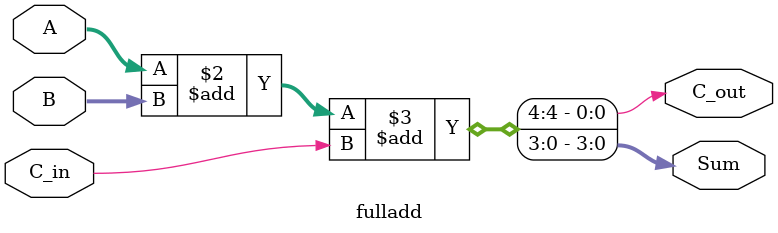
<source format=sv>
`timescale 1ns / 1ps


module fulladd (
  input [3:0] A,
  input [3:0] B,
  input C_in,
  output reg C_out,
  output reg [3:0] Sum
);

  always @(*) begin
    // performs addition of A, B, and C_in
    // the result is 5 bits long (4-bit sum + 1-bit carry)
    // the MSB of the result is assigned to C_out (carry-out)
    // the lower 4 bits are assigned to Sum
    {C_out, Sum} = A + B + C_in;
  end

endmodule

</source>
